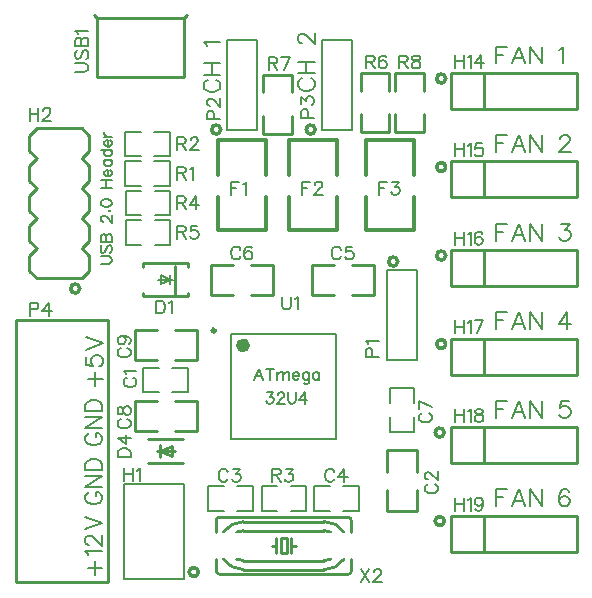
<source format=gto>
G04 Layer: TopSilkLayer*
G04 EasyEDA v6.2.46, 2019-11-01T12:43:08+01:00*
G04 778d866c1a174c42a2ea303962b88bf4,d54f43e133bf43b298e367d61d3b1b7b,10*
G04 Gerber Generator version 0.2*
G04 Scale: 100 percent, Rotated: No, Reflected: No *
G04 Dimensions in millimeters *
G04 leading zeros omitted , absolute positions ,3 integer and 3 decimal *
%FSLAX33Y33*%
%MOMM*%
G90*
G71D02*

%ADD10C,0.254000*%
%ADD11C,0.299999*%
%ADD33C,0.203200*%
%ADD34C,0.202999*%
%ADD35C,0.330200*%
%ADD36C,0.200000*%
%ADD37C,0.199898*%
%ADD38C,0.127000*%
%ADD39C,0.599999*%
%ADD40C,0.152400*%

%LPD*%
G54D10*
G01X299Y400D02*
G01X299Y22600D01*
G01X8099Y22600D01*
G01X8099Y400D01*
G01X299Y400D01*
G54D33*
G01X26229Y40595D02*
G01X26229Y38690D01*
G01X28769Y38690D01*
G01X28769Y46310D01*
G01X26229Y46310D01*
G54D34*
G01X26229Y46310D02*
G01X26229Y40595D01*
G54D35*
G01X23467Y34889D02*
G01X23467Y37810D01*
G01X27531Y37810D01*
G01X27531Y34889D01*
G01X23467Y32984D02*
G01X23467Y30190D01*
G01X27531Y30190D01*
G01X27531Y32984D01*
G01X17467Y34889D02*
G01X17467Y37810D01*
G01X21531Y37810D01*
G01X21531Y34889D01*
G01X17467Y32984D02*
G01X17467Y30190D01*
G01X21531Y30190D01*
G01X21531Y32984D01*
G54D33*
G01X18229Y40595D02*
G01X18229Y38690D01*
G01X20769Y38690D01*
G01X20769Y46310D01*
G01X18229Y46310D01*
G54D34*
G01X18229Y46310D02*
G01X18229Y40595D01*
G54D33*
G01X34269Y24905D02*
G01X34269Y26810D01*
G01X31729Y26810D01*
G01X31729Y19190D01*
G01X34269Y19190D01*
G54D34*
G01X34269Y19190D02*
G01X34269Y24905D01*
G54D36*
G01X27449Y21450D02*
G01X27449Y12550D01*
G01X18549Y12550D01*
G01X18549Y21450D01*
G01X27449Y21450D01*
G54D37*
G01X28054Y6466D02*
G01X29374Y6466D01*
G01X29374Y8536D01*
G01X28054Y8536D01*
G01X26922Y6466D02*
G01X25602Y6466D01*
G01X25602Y8536D01*
G01X26922Y8536D01*
G01X19054Y6466D02*
G01X20374Y6466D01*
G01X20374Y8536D01*
G01X19054Y8536D01*
G01X17922Y6466D02*
G01X16602Y6466D01*
G01X16602Y8536D01*
G01X17922Y8536D01*
G01X12444Y18535D02*
G01X11124Y18535D01*
G01X11124Y16465D01*
G01X12444Y16465D01*
G01X13576Y18535D02*
G01X14896Y18535D01*
G01X14896Y16465D01*
G01X13576Y16465D01*
G01X12054Y36466D02*
G01X13374Y36466D01*
G01X13374Y38536D01*
G01X12054Y38536D01*
G01X10922Y36466D02*
G01X9602Y36466D01*
G01X9602Y38536D01*
G01X10922Y38536D01*
G01X12038Y33966D02*
G01X13358Y33966D01*
G01X13358Y36036D01*
G01X12038Y36036D01*
G01X10906Y33966D02*
G01X9586Y33966D01*
G01X9586Y36036D01*
G01X10906Y36036D01*
G54D10*
G01X7163Y48165D02*
G01X6909Y48419D01*
G01X14532Y48156D02*
G01X14786Y48410D01*
G01X14549Y48200D02*
G01X14549Y43200D01*
G01X7149Y43200D01*
G01X7149Y48200D01*
G01X14549Y48200D01*
G01X37165Y43524D02*
G01X47833Y43524D01*
G01X47833Y40476D01*
G01X37165Y40476D01*
G01X37165Y43524D01*
G01X39959Y43524D02*
G01X39959Y40476D01*
G01X37165Y36024D02*
G01X47833Y36024D01*
G01X47833Y32976D01*
G01X37165Y32976D01*
G01X37165Y36024D01*
G01X39959Y36024D02*
G01X39959Y32976D01*
G01X37165Y28524D02*
G01X47833Y28524D01*
G01X47833Y25476D01*
G01X37165Y25476D01*
G01X37165Y28524D01*
G01X39959Y28524D02*
G01X39959Y25476D01*
G01X37165Y21024D02*
G01X47833Y21024D01*
G01X47833Y17976D01*
G01X37165Y17976D01*
G01X37165Y21024D01*
G01X39959Y21024D02*
G01X39959Y17976D01*
G01X37165Y13524D02*
G01X47833Y13524D01*
G01X47833Y10476D01*
G01X37165Y10476D01*
G01X37165Y13524D01*
G01X39959Y13524D02*
G01X39959Y10476D01*
G01X37165Y6024D02*
G01X47833Y6024D01*
G01X47833Y2976D01*
G01X37165Y2976D01*
G01X37165Y6024D01*
G01X39959Y6024D02*
G01X39959Y2976D01*
G01X14899Y24600D02*
G01X11099Y24600D01*
G01X13799Y27200D02*
G01X13799Y24701D01*
G54D38*
G01X13373Y26000D02*
G01X13373Y26381D01*
G01X12611Y26381D02*
G01X13373Y26000D01*
G01X12611Y26000D02*
G01X12611Y26381D01*
G01X13373Y26000D02*
G01X13373Y25619D01*
G01X12611Y25619D02*
G01X13373Y26000D01*
G01X12611Y26000D02*
G01X12611Y25619D01*
G01X12357Y26000D02*
G01X13627Y26000D01*
G54D10*
G01X14899Y27400D02*
G01X11099Y27400D01*
G01X14899Y24600D02*
G01X14899Y24869D01*
G01X14899Y27132D02*
G01X14899Y27400D01*
G01X11099Y24600D02*
G01X11099Y24869D01*
G01X11099Y27132D02*
G01X11099Y27400D01*
G01X31729Y8238D02*
G01X31729Y6390D01*
G01X34269Y6390D01*
G01X34269Y8238D01*
G01X34269Y9762D02*
G01X34269Y11620D01*
G01X31729Y11620D01*
G01X31729Y9762D01*
G01X27237Y27270D02*
G01X25389Y27270D01*
G01X25389Y24730D01*
G01X27237Y24730D01*
G01X28761Y24730D02*
G01X30619Y24730D01*
G01X30619Y27270D01*
G01X28761Y27270D01*
G01X20261Y24730D02*
G01X22109Y24730D01*
G01X22109Y27270D01*
G01X20261Y27270D01*
G01X18737Y27270D02*
G01X16879Y27270D01*
G01X16879Y24730D01*
G01X18737Y24730D01*
G54D37*
G01X34034Y15555D02*
G01X34034Y16875D01*
G01X31964Y16875D01*
G01X31964Y15555D01*
G01X34034Y14423D02*
G01X34034Y13103D01*
G01X31964Y13103D01*
G01X31964Y14423D01*
G54D33*
G01X9459Y690D02*
G01X9459Y8691D01*
G01X14539Y8691D01*
G01X14539Y690D01*
G01X9459Y690D01*
G54D10*
G01X12237Y15770D02*
G01X10389Y15770D01*
G01X10389Y13230D01*
G01X12237Y13230D01*
G01X13761Y13230D02*
G01X15619Y13230D01*
G01X15619Y15770D01*
G01X13761Y15770D01*
G01X12237Y21770D02*
G01X10389Y21770D01*
G01X10389Y19230D01*
G01X12237Y19230D01*
G01X13761Y19230D02*
G01X15619Y19230D01*
G01X15619Y21770D01*
G01X13761Y21770D01*
G01X12491Y11500D02*
G01X13507Y11907D01*
G01X13507Y11907D02*
G01X13507Y11094D01*
G01X13507Y11094D02*
G01X12491Y11500D01*
G01X11499Y12500D02*
G01X14499Y12500D01*
G01X11499Y10500D02*
G01X14499Y10500D01*
G01X12491Y12008D02*
G01X12491Y10992D01*
G01X12237Y11500D02*
G01X13761Y11500D01*
G01X28714Y4643D02*
G01X28714Y5659D01*
G01X26428Y2230D02*
G01X19570Y2230D01*
G01X26428Y1468D02*
G01X19570Y1468D01*
G01X19570Y4770D02*
G01X26428Y4770D01*
G01X28460Y1087D02*
G01X17538Y1087D01*
G01X28714Y1341D02*
G01X28714Y2357D01*
G01X23634Y3500D02*
G01X24015Y3500D01*
G01X17284Y1341D02*
G01X17284Y2357D01*
G01X23634Y3500D02*
G01X23634Y2865D01*
G01X19570Y5532D02*
G01X26428Y5532D01*
G01X23634Y4135D02*
G01X23634Y3500D01*
G01X28460Y5913D02*
G01X17538Y5913D01*
G01X22364Y3500D02*
G01X21983Y3500D01*
G01X22745Y4135D02*
G01X22745Y2865D01*
G01X22364Y3500D02*
G01X22364Y2865D01*
G01X22745Y2865D02*
G01X23253Y2865D01*
G01X22364Y4135D02*
G01X22364Y3500D01*
G01X23253Y2865D02*
G01X23253Y4135D01*
G01X23253Y4135D02*
G01X22745Y4135D01*
G01X17284Y4643D02*
G01X17284Y5659D01*
G54D37*
G01X22444Y8535D02*
G01X21124Y8535D01*
G01X21124Y6465D01*
G01X22444Y6465D01*
G01X23576Y8535D02*
G01X24897Y8535D01*
G01X24897Y6465D01*
G01X23576Y6465D01*
G54D35*
G01X29967Y34889D02*
G01X29967Y37810D01*
G01X34031Y37810D01*
G01X34031Y34889D01*
G01X29967Y32984D02*
G01X29967Y30190D01*
G01X34031Y30190D01*
G01X34031Y32984D01*
G54D10*
G01X2094Y38850D02*
G01X5904Y38850D01*
G01X2094Y26151D02*
G01X5904Y26151D01*
G01X2094Y26151D02*
G01X1459Y26786D01*
G01X1459Y28056D01*
G01X2094Y28691D01*
G01X5904Y26151D02*
G01X6539Y26786D01*
G01X6539Y28056D01*
G01X5904Y28691D01*
G01X2094Y28691D02*
G01X1459Y29326D01*
G01X1459Y30596D01*
G01X2094Y31231D01*
G01X5904Y28691D02*
G01X6539Y29326D01*
G01X6539Y30596D01*
G01X5904Y31231D01*
G01X2094Y31231D02*
G01X1459Y31866D01*
G01X1459Y33136D01*
G01X2094Y33771D01*
G01X5904Y31231D02*
G01X6539Y31866D01*
G01X6539Y33136D01*
G01X5904Y33771D01*
G01X2094Y33771D02*
G01X1459Y34406D01*
G01X1459Y35676D01*
G01X2094Y36311D01*
G01X5904Y33771D02*
G01X6539Y34406D01*
G01X6539Y35676D01*
G01X5904Y36311D01*
G01X2094Y36311D02*
G01X1459Y36946D01*
G01X1459Y38216D01*
G01X2094Y38851D01*
G01X5904Y36311D02*
G01X6539Y36946D01*
G01X6539Y38216D01*
G01X5904Y38851D01*
G54D37*
G01X10928Y33535D02*
G01X9608Y33535D01*
G01X9608Y31465D01*
G01X10928Y31465D01*
G01X12060Y33535D02*
G01X13380Y33535D01*
G01X13380Y31465D01*
G01X12060Y31465D01*
G01X10944Y31035D02*
G01X9624Y31035D01*
G01X9624Y28965D01*
G01X10944Y28965D01*
G01X12076Y31035D02*
G01X13397Y31035D01*
G01X13397Y28965D01*
G01X12076Y28965D01*
G54D10*
G01X32462Y38515D02*
G01X34862Y38515D01*
G01X34862Y42015D02*
G01X34862Y43515D01*
G01X32462Y42015D02*
G01X32462Y43515D01*
G01X34862Y40015D02*
G01X34862Y38515D01*
G01X32462Y40015D02*
G01X32462Y38515D01*
G01X32462Y43515D02*
G01X34862Y43515D01*
G01X21286Y38388D02*
G01X23686Y38388D01*
G01X23686Y41888D02*
G01X23686Y43388D01*
G01X21286Y41888D02*
G01X21286Y43388D01*
G01X23686Y39888D02*
G01X23686Y38388D01*
G01X21286Y39888D02*
G01X21286Y38388D01*
G01X21286Y43388D02*
G01X23686Y43388D01*
G01X29541Y38515D02*
G01X31941Y38515D01*
G01X31941Y42015D02*
G01X31941Y43515D01*
G01X29541Y42015D02*
G01X29541Y43515D01*
G01X31941Y40015D02*
G01X31941Y38515D01*
G01X29541Y40015D02*
G01X29541Y38515D01*
G01X29541Y43515D02*
G01X31941Y43515D01*
G54D33*
G01X16548Y42928D02*
G01X16411Y42859D01*
G01X16274Y42722D01*
G01X16208Y42587D01*
G01X16208Y42313D01*
G01X16274Y42178D01*
G01X16411Y42041D01*
G01X16548Y41973D01*
G01X16751Y41904D01*
G01X17094Y41904D01*
G01X17298Y41973D01*
G01X17435Y42041D01*
G01X17569Y42178D01*
G01X17638Y42313D01*
G01X17638Y42587D01*
G01X17569Y42722D01*
G01X17435Y42859D01*
G01X17298Y42928D01*
G01X16208Y43377D02*
G01X17638Y43377D01*
G01X16208Y44332D02*
G01X17638Y44332D01*
G01X16889Y43377D02*
G01X16889Y44332D01*
G01X16480Y45831D02*
G01X16411Y45968D01*
G01X16208Y46174D01*
G01X17638Y46174D01*
G01X24548Y43054D02*
G01X24413Y42986D01*
G01X24276Y42848D01*
G01X24208Y42714D01*
G01X24208Y42439D01*
G01X24276Y42305D01*
G01X24413Y42168D01*
G01X24548Y42099D01*
G01X24754Y42031D01*
G01X25094Y42031D01*
G01X25300Y42099D01*
G01X25435Y42168D01*
G01X25572Y42305D01*
G01X25640Y42439D01*
G01X25640Y42714D01*
G01X25572Y42848D01*
G01X25435Y42986D01*
G01X25300Y43054D01*
G01X24208Y43504D02*
G01X25640Y43504D01*
G01X24208Y44459D02*
G01X25640Y44459D01*
G01X24891Y43504D02*
G01X24891Y44459D01*
G01X24548Y46026D02*
G01X24480Y46026D01*
G01X24345Y46095D01*
G01X24276Y46163D01*
G01X24208Y46300D01*
G01X24208Y46572D01*
G01X24276Y46709D01*
G01X24345Y46778D01*
G01X24480Y46844D01*
G01X24617Y46844D01*
G01X24754Y46778D01*
G01X24957Y46641D01*
G01X25640Y45960D01*
G01X25640Y46912D01*
G01X41000Y45758D02*
G01X41000Y44325D01*
G01X41000Y45758D02*
G01X41886Y45758D01*
G01X41000Y45077D02*
G01X41543Y45077D01*
G01X42882Y45758D02*
G01X42336Y44325D01*
G01X42882Y45758D02*
G01X43425Y44325D01*
G01X42539Y44803D02*
G01X43222Y44803D01*
G01X43878Y45758D02*
G01X43878Y44325D01*
G01X43878Y45758D02*
G01X44830Y44325D01*
G01X44830Y45758D02*
G01X44830Y44325D01*
G01X46331Y45486D02*
G01X46468Y45555D01*
G01X46672Y45758D01*
G01X46672Y44325D01*
G01X41000Y38260D02*
G01X41000Y36827D01*
G01X41000Y38260D02*
G01X41887Y38260D01*
G01X41000Y37576D02*
G01X41544Y37576D01*
G01X42880Y38260D02*
G01X42336Y36827D01*
G01X42880Y38260D02*
G01X43426Y36827D01*
G01X42539Y37304D02*
G01X43223Y37304D01*
G01X43875Y38260D02*
G01X43875Y36827D01*
G01X43875Y38260D02*
G01X44831Y36827D01*
G01X44831Y38260D02*
G01X44831Y36827D01*
G01X46400Y37917D02*
G01X46400Y37985D01*
G01X46466Y38122D01*
G01X46535Y38191D01*
G01X46672Y38260D01*
G01X46944Y38260D01*
G01X47081Y38191D01*
G01X47150Y38122D01*
G01X47218Y37985D01*
G01X47218Y37848D01*
G01X47150Y37713D01*
G01X47012Y37508D01*
G01X46332Y36827D01*
G01X47287Y36827D01*
G01X41000Y30759D02*
G01X41000Y29326D01*
G01X41000Y30759D02*
G01X41887Y30759D01*
G01X41000Y30076D02*
G01X41544Y30076D01*
G01X42880Y30759D02*
G01X42336Y29326D01*
G01X42880Y30759D02*
G01X43426Y29326D01*
G01X42539Y29804D02*
G01X43223Y29804D01*
G01X43875Y30759D02*
G01X43875Y29326D01*
G01X43875Y30759D02*
G01X44831Y29326D01*
G01X44831Y30759D02*
G01X44831Y29326D01*
G01X46466Y30759D02*
G01X47218Y30759D01*
G01X46809Y30213D01*
G01X47012Y30213D01*
G01X47150Y30144D01*
G01X47218Y30076D01*
G01X47287Y29872D01*
G01X47287Y29735D01*
G01X47218Y29532D01*
G01X47081Y29395D01*
G01X46875Y29326D01*
G01X46672Y29326D01*
G01X46466Y29395D01*
G01X46400Y29464D01*
G01X46332Y29598D01*
G01X41000Y23258D02*
G01X41000Y21826D01*
G01X41000Y23258D02*
G01X41887Y23258D01*
G01X41000Y22578D02*
G01X41544Y22578D01*
G01X42880Y23258D02*
G01X42336Y21826D01*
G01X42880Y23258D02*
G01X43426Y21826D01*
G01X42539Y22303D02*
G01X43223Y22303D01*
G01X43875Y23258D02*
G01X43875Y21826D01*
G01X43875Y23258D02*
G01X44831Y21826D01*
G01X44831Y23258D02*
G01X44831Y21826D01*
G01X47012Y23258D02*
G01X46332Y22303D01*
G01X47353Y22303D01*
G01X47012Y23258D02*
G01X47012Y21826D01*
G01X41000Y15758D02*
G01X41000Y14328D01*
G01X41000Y15758D02*
G01X41887Y15758D01*
G01X41000Y15077D02*
G01X41544Y15077D01*
G01X42880Y15758D02*
G01X42336Y14328D01*
G01X42880Y15758D02*
G01X43426Y14328D01*
G01X42539Y14803D02*
G01X43223Y14803D01*
G01X43875Y15758D02*
G01X43875Y14328D01*
G01X43875Y15758D02*
G01X44831Y14328D01*
G01X44831Y15758D02*
G01X44831Y14328D01*
G01X47150Y15758D02*
G01X46466Y15758D01*
G01X46400Y15146D01*
G01X46466Y15214D01*
G01X46672Y15280D01*
G01X46875Y15280D01*
G01X47081Y15214D01*
G01X47218Y15077D01*
G01X47287Y14871D01*
G01X47287Y14737D01*
G01X47218Y14531D01*
G01X47081Y14394D01*
G01X46875Y14328D01*
G01X46672Y14328D01*
G01X46466Y14394D01*
G01X46400Y14462D01*
G01X46332Y14599D01*
G01X41000Y8260D02*
G01X41000Y6827D01*
G01X41000Y8260D02*
G01X41887Y8260D01*
G01X41000Y7576D02*
G01X41544Y7576D01*
G01X42880Y8260D02*
G01X42336Y6827D01*
G01X42880Y8260D02*
G01X43426Y6827D01*
G01X42539Y7305D02*
G01X43223Y7305D01*
G01X43875Y8260D02*
G01X43875Y6827D01*
G01X43875Y8260D02*
G01X44831Y6827D01*
G01X44831Y8260D02*
G01X44831Y6827D01*
G01X47150Y8054D02*
G01X47081Y8191D01*
G01X46875Y8260D01*
G01X46741Y8260D01*
G01X46535Y8191D01*
G01X46400Y7985D01*
G01X46332Y7645D01*
G01X46332Y7305D01*
G01X46400Y7030D01*
G01X46535Y6896D01*
G01X46741Y6827D01*
G01X46809Y6827D01*
G01X47012Y6896D01*
G01X47150Y7030D01*
G01X47218Y7236D01*
G01X47218Y7305D01*
G01X47150Y7508D01*
G01X47012Y7645D01*
G01X46809Y7713D01*
G01X46741Y7713D01*
G01X46535Y7645D01*
G01X46400Y7508D01*
G01X46332Y7305D01*
G01X21591Y16485D02*
G01X22091Y16485D01*
G01X21817Y16122D01*
G01X21954Y16122D01*
G01X22046Y16076D01*
G01X22091Y16030D01*
G01X22134Y15896D01*
G01X22134Y15804D01*
G01X22091Y15667D01*
G01X22000Y15576D01*
G01X21863Y15532D01*
G01X21726Y15532D01*
G01X21591Y15576D01*
G01X21545Y15621D01*
G01X21499Y15713D01*
G01X22480Y16259D02*
G01X22480Y16304D01*
G01X22526Y16396D01*
G01X22571Y16439D01*
G01X22663Y16485D01*
G01X22846Y16485D01*
G01X22935Y16439D01*
G01X22980Y16396D01*
G01X23026Y16304D01*
G01X23026Y16213D01*
G01X22980Y16122D01*
G01X22889Y15984D01*
G01X22437Y15532D01*
G01X23072Y15532D01*
G01X23371Y16485D02*
G01X23371Y15804D01*
G01X23417Y15667D01*
G01X23509Y15576D01*
G01X23646Y15532D01*
G01X23735Y15532D01*
G01X23872Y15576D01*
G01X23963Y15667D01*
G01X24009Y15804D01*
G01X24009Y16485D01*
G01X24763Y16485D02*
G01X24309Y15850D01*
G01X24989Y15850D01*
G01X24763Y16485D02*
G01X24763Y15532D01*
G01X20863Y18486D02*
G01X20500Y17531D01*
G01X20863Y18486D02*
G01X21227Y17531D01*
G01X20635Y17848D02*
G01X21089Y17848D01*
G01X21844Y18486D02*
G01X21844Y17531D01*
G01X21526Y18486D02*
G01X22164Y18486D01*
G01X22464Y18169D02*
G01X22464Y17531D01*
G01X22464Y17986D02*
G01X22598Y18123D01*
G01X22690Y18169D01*
G01X22827Y18169D01*
G01X22918Y18123D01*
G01X22964Y17986D01*
G01X22964Y17531D01*
G01X22964Y17986D02*
G01X23099Y18123D01*
G01X23190Y18169D01*
G01X23327Y18169D01*
G01X23416Y18123D01*
G01X23462Y17986D01*
G01X23462Y17531D01*
G01X23762Y17894D02*
G01X24308Y17894D01*
G01X24308Y17986D01*
G01X24262Y18077D01*
G01X24216Y18123D01*
G01X24127Y18169D01*
G01X23990Y18169D01*
G01X23899Y18123D01*
G01X23807Y18031D01*
G01X23762Y17894D01*
G01X23762Y17803D01*
G01X23807Y17668D01*
G01X23899Y17577D01*
G01X23990Y17531D01*
G01X24127Y17531D01*
G01X24216Y17577D01*
G01X24308Y17668D01*
G01X25153Y18169D02*
G01X25153Y17440D01*
G01X25108Y17305D01*
G01X25062Y17259D01*
G01X24973Y17213D01*
G01X24836Y17213D01*
G01X24744Y17259D01*
G01X25153Y18031D02*
G01X25062Y18123D01*
G01X24973Y18169D01*
G01X24836Y18169D01*
G01X24744Y18123D01*
G01X24653Y18031D01*
G01X24607Y17894D01*
G01X24607Y17803D01*
G01X24653Y17668D01*
G01X24744Y17577D01*
G01X24836Y17531D01*
G01X24973Y17531D01*
G01X25062Y17577D01*
G01X25153Y17668D01*
G01X25999Y18169D02*
G01X25999Y17531D01*
G01X25999Y18031D02*
G01X25908Y18123D01*
G01X25816Y18169D01*
G01X25682Y18169D01*
G01X25590Y18123D01*
G01X25499Y18031D01*
G01X25453Y17894D01*
G01X25453Y17803D01*
G01X25499Y17668D01*
G01X25590Y17577D01*
G01X25682Y17531D01*
G01X25816Y17531D01*
G01X25908Y17577D01*
G01X25999Y17668D01*
G01X6387Y1615D02*
G01X7613Y1615D01*
G01X6999Y1000D02*
G01X6999Y2227D01*
G01X6453Y2677D02*
G01X6387Y2814D01*
G01X6181Y3020D01*
G01X7613Y3020D01*
G01X6521Y3538D02*
G01X6453Y3538D01*
G01X6318Y3604D01*
G01X6249Y3673D01*
G01X6181Y3810D01*
G01X6181Y4081D01*
G01X6249Y4219D01*
G01X6318Y4287D01*
G01X6453Y4356D01*
G01X6590Y4356D01*
G01X6727Y4287D01*
G01X6930Y4150D01*
G01X7613Y3469D01*
G01X7613Y4424D01*
G01X6181Y4874D02*
G01X7613Y5418D01*
G01X6181Y5964D02*
G01X7613Y5418D01*
G01X6523Y8023D02*
G01X6385Y7954D01*
G01X6248Y7820D01*
G01X6180Y7683D01*
G01X6180Y7411D01*
G01X6248Y7274D01*
G01X6385Y7136D01*
G01X6523Y7068D01*
G01X6726Y6999D01*
G01X7066Y6999D01*
G01X7272Y7068D01*
G01X7409Y7136D01*
G01X7544Y7274D01*
G01X7612Y7411D01*
G01X7612Y7683D01*
G01X7544Y7820D01*
G01X7409Y7954D01*
G01X7272Y8023D01*
G01X7066Y8023D01*
G01X7066Y7683D02*
G01X7066Y8023D01*
G01X6180Y8472D02*
G01X7612Y8472D01*
G01X6180Y8472D02*
G01X7612Y9428D01*
G01X6180Y9428D02*
G01X7612Y9428D01*
G01X6180Y9877D02*
G01X7612Y9877D01*
G01X6180Y9877D02*
G01X6180Y10355D01*
G01X6248Y10560D01*
G01X6385Y10695D01*
G01X6523Y10764D01*
G01X6726Y10832D01*
G01X7066Y10832D01*
G01X7272Y10764D01*
G01X7409Y10695D01*
G01X7544Y10560D01*
G01X7612Y10355D01*
G01X7612Y9877D01*
G01X6523Y13023D02*
G01X6385Y12954D01*
G01X6248Y12820D01*
G01X6180Y12683D01*
G01X6180Y12411D01*
G01X6248Y12274D01*
G01X6385Y12136D01*
G01X6523Y12068D01*
G01X6726Y11999D01*
G01X7066Y11999D01*
G01X7272Y12068D01*
G01X7409Y12136D01*
G01X7544Y12274D01*
G01X7612Y12411D01*
G01X7612Y12683D01*
G01X7544Y12820D01*
G01X7409Y12954D01*
G01X7272Y13023D01*
G01X7066Y13023D01*
G01X7066Y12683D02*
G01X7066Y13023D01*
G01X6180Y13472D02*
G01X7612Y13472D01*
G01X6180Y13472D02*
G01X7612Y14428D01*
G01X6180Y14428D02*
G01X7612Y14428D01*
G01X6180Y14877D02*
G01X7612Y14877D01*
G01X6180Y14877D02*
G01X6180Y15355D01*
G01X6248Y15560D01*
G01X6385Y15695D01*
G01X6523Y15764D01*
G01X6726Y15832D01*
G01X7066Y15832D01*
G01X7272Y15764D01*
G01X7409Y15695D01*
G01X7544Y15560D01*
G01X7612Y15355D01*
G01X7612Y14877D01*
G01X6445Y17614D02*
G01X7674Y17614D01*
G01X7060Y17000D02*
G01X7060Y18227D01*
G01X6242Y19497D02*
G01X6242Y18813D01*
G01X6854Y18745D01*
G01X6788Y18813D01*
G01X6719Y19019D01*
G01X6719Y19222D01*
G01X6788Y19428D01*
G01X6922Y19565D01*
G01X7128Y19631D01*
G01X7263Y19631D01*
G01X7468Y19565D01*
G01X7606Y19428D01*
G01X7674Y19222D01*
G01X7674Y19019D01*
G01X7606Y18813D01*
G01X7537Y18745D01*
G01X7400Y18679D01*
G01X6242Y20083D02*
G01X7674Y20627D01*
G01X6242Y21173D02*
G01X7674Y20627D01*
G01X7499Y27345D02*
G01X8182Y27345D01*
G01X8317Y27390D01*
G01X8408Y27482D01*
G01X8454Y27619D01*
G01X8454Y27708D01*
G01X8408Y27845D01*
G01X8317Y27937D01*
G01X8182Y27982D01*
G01X7499Y27982D01*
G01X7636Y28917D02*
G01X7545Y28828D01*
G01X7499Y28691D01*
G01X7499Y28508D01*
G01X7545Y28373D01*
G01X7636Y28282D01*
G01X7728Y28282D01*
G01X7819Y28328D01*
G01X7862Y28373D01*
G01X7908Y28462D01*
G01X8000Y28737D01*
G01X8045Y28828D01*
G01X8091Y28871D01*
G01X8182Y28917D01*
G01X8317Y28917D01*
G01X8408Y28828D01*
G01X8454Y28691D01*
G01X8454Y28508D01*
G01X8408Y28373D01*
G01X8317Y28282D01*
G01X7499Y29217D02*
G01X8454Y29217D01*
G01X7499Y29217D02*
G01X7499Y29628D01*
G01X7545Y29763D01*
G01X7591Y29809D01*
G01X7682Y29854D01*
G01X7773Y29854D01*
G01X7862Y29809D01*
G01X7908Y29763D01*
G01X7954Y29628D01*
G01X7954Y29217D02*
G01X7954Y29628D01*
G01X8000Y29763D01*
G01X8045Y29809D01*
G01X8137Y29854D01*
G01X8271Y29854D01*
G01X8363Y29809D01*
G01X8408Y29763D01*
G01X8454Y29628D01*
G01X8454Y29217D01*
G01X7728Y30901D02*
G01X7682Y30901D01*
G01X7591Y30944D01*
G01X7545Y30990D01*
G01X7499Y31081D01*
G01X7499Y31264D01*
G01X7545Y31355D01*
G01X7591Y31399D01*
G01X7682Y31444D01*
G01X7773Y31444D01*
G01X7862Y31399D01*
G01X8000Y31310D01*
G01X8454Y30855D01*
G01X8454Y31490D01*
G01X8228Y31835D02*
G01X8271Y31790D01*
G01X8317Y31835D01*
G01X8271Y31881D01*
G01X8228Y31835D01*
G01X7499Y32455D02*
G01X7545Y32318D01*
G01X7682Y32227D01*
G01X7908Y32181D01*
G01X8045Y32181D01*
G01X8271Y32227D01*
G01X8408Y32318D01*
G01X8454Y32455D01*
G01X8454Y32544D01*
G01X8408Y32681D01*
G01X8271Y32773D01*
G01X8045Y32818D01*
G01X7908Y32818D01*
G01X7682Y32773D01*
G01X7545Y32681D01*
G01X7499Y32544D01*
G01X7499Y32455D01*
G01X7499Y33817D02*
G01X8454Y33817D01*
G01X7499Y34454D02*
G01X8454Y34454D01*
G01X7954Y33817D02*
G01X7954Y34454D01*
G01X8091Y34754D02*
G01X8091Y35300D01*
G01X8000Y35300D01*
G01X7908Y35254D01*
G01X7862Y35209D01*
G01X7819Y35117D01*
G01X7819Y34983D01*
G01X7862Y34891D01*
G01X7954Y34800D01*
G01X8091Y34754D01*
G01X8182Y34754D01*
G01X8317Y34800D01*
G01X8408Y34891D01*
G01X8454Y34983D01*
G01X8454Y35117D01*
G01X8408Y35209D01*
G01X8317Y35300D01*
G01X7819Y36146D02*
G01X8454Y36146D01*
G01X7954Y36146D02*
G01X7862Y36054D01*
G01X7819Y35963D01*
G01X7819Y35826D01*
G01X7862Y35737D01*
G01X7954Y35645D01*
G01X8091Y35600D01*
G01X8182Y35600D01*
G01X8317Y35645D01*
G01X8408Y35737D01*
G01X8454Y35826D01*
G01X8454Y35963D01*
G01X8408Y36054D01*
G01X8317Y36146D01*
G01X7499Y36992D02*
G01X8454Y36992D01*
G01X7954Y36992D02*
G01X7862Y36900D01*
G01X7819Y36809D01*
G01X7819Y36672D01*
G01X7862Y36583D01*
G01X7954Y36491D01*
G01X8091Y36446D01*
G01X8182Y36446D01*
G01X8317Y36491D01*
G01X8408Y36583D01*
G01X8454Y36672D01*
G01X8454Y36809D01*
G01X8408Y36900D01*
G01X8317Y36992D01*
G01X8091Y37291D02*
G01X8091Y37835D01*
G01X8000Y37835D01*
G01X7908Y37792D01*
G01X7862Y37746D01*
G01X7819Y37655D01*
G01X7819Y37517D01*
G01X7862Y37426D01*
G01X7954Y37337D01*
G01X8091Y37291D01*
G01X8182Y37291D01*
G01X8317Y37337D01*
G01X8408Y37426D01*
G01X8454Y37517D01*
G01X8454Y37655D01*
G01X8408Y37746D01*
G01X8317Y37835D01*
G01X7819Y38137D02*
G01X8454Y38137D01*
G01X8091Y38137D02*
G01X7954Y38180D01*
G01X7862Y38272D01*
G01X7819Y38363D01*
G01X7819Y38500D01*
G54D40*
G01X1499Y24063D02*
G01X1499Y22974D01*
G01X1499Y24063D02*
G01X1966Y24063D01*
G01X2121Y24012D01*
G01X2175Y23959D01*
G01X2226Y23855D01*
G01X2226Y23700D01*
G01X2175Y23596D01*
G01X2121Y23545D01*
G01X1966Y23492D01*
G01X1499Y23492D01*
G01X3089Y24063D02*
G01X2568Y23337D01*
G01X3348Y23337D01*
G01X3089Y24063D02*
G01X3089Y22974D01*
G01X24480Y39745D02*
G01X25570Y39745D01*
G01X24480Y39745D02*
G01X24480Y40213D01*
G01X24531Y40368D01*
G01X24582Y40421D01*
G01X24686Y40472D01*
G01X24843Y40472D01*
G01X24947Y40421D01*
G01X24998Y40368D01*
G01X25052Y40213D01*
G01X25052Y39745D01*
G01X24480Y40919D02*
G01X24480Y41490D01*
G01X24894Y41181D01*
G01X24894Y41335D01*
G01X24947Y41440D01*
G01X24998Y41490D01*
G01X25153Y41544D01*
G01X25257Y41544D01*
G01X25415Y41490D01*
G01X25519Y41386D01*
G01X25570Y41231D01*
G01X25570Y41076D01*
G01X25519Y40919D01*
G01X25466Y40868D01*
G01X25361Y40815D01*
G01X24561Y34318D02*
G01X24561Y33228D01*
G01X24561Y34318D02*
G01X25237Y34318D01*
G01X24561Y33799D02*
G01X24978Y33799D01*
G01X25631Y34058D02*
G01X25631Y34112D01*
G01X25684Y34216D01*
G01X25735Y34267D01*
G01X25839Y34318D01*
G01X26047Y34318D01*
G01X26151Y34267D01*
G01X26202Y34216D01*
G01X26255Y34112D01*
G01X26255Y34008D01*
G01X26202Y33904D01*
G01X26098Y33746D01*
G01X25580Y33228D01*
G01X26306Y33228D01*
G01X18561Y34285D02*
G01X18561Y33195D01*
G01X18561Y34285D02*
G01X19237Y34285D01*
G01X18561Y33767D02*
G01X18978Y33767D01*
G01X19580Y34079D02*
G01X19684Y34130D01*
G01X19839Y34285D01*
G01X19839Y33195D01*
G01X16517Y39598D02*
G01X17607Y39598D01*
G01X16517Y39598D02*
G01X16517Y40065D01*
G01X16568Y40220D01*
G01X16619Y40274D01*
G01X16723Y40325D01*
G01X16880Y40325D01*
G01X16984Y40274D01*
G01X17035Y40220D01*
G01X17089Y40065D01*
G01X17089Y39598D01*
G01X16776Y40721D02*
G01X16723Y40721D01*
G01X16619Y40772D01*
G01X16568Y40825D01*
G01X16517Y40929D01*
G01X16517Y41135D01*
G01X16568Y41239D01*
G01X16619Y41292D01*
G01X16723Y41343D01*
G01X16827Y41343D01*
G01X16931Y41292D01*
G01X17089Y41188D01*
G01X17607Y40667D01*
G01X17607Y41396D01*
G01X29937Y19500D02*
G01X31027Y19500D01*
G01X29937Y19500D02*
G01X29937Y19968D01*
G01X29988Y20123D01*
G01X30039Y20176D01*
G01X30143Y20227D01*
G01X30300Y20227D01*
G01X30404Y20176D01*
G01X30455Y20123D01*
G01X30509Y19968D01*
G01X30509Y19500D01*
G01X30143Y20570D02*
G01X30092Y20674D01*
G01X29937Y20831D01*
G01X31027Y20831D01*
G01X22872Y24585D02*
G01X22872Y23805D01*
G01X22923Y23650D01*
G01X23027Y23546D01*
G01X23184Y23495D01*
G01X23289Y23495D01*
G01X23444Y23546D01*
G01X23548Y23650D01*
G01X23599Y23805D01*
G01X23599Y24585D01*
G01X23941Y24377D02*
G01X24046Y24430D01*
G01X24203Y24585D01*
G01X24203Y23495D01*
G01X27279Y9741D02*
G01X27226Y9845D01*
G01X27121Y9950D01*
G01X27020Y10000D01*
G01X26811Y10000D01*
G01X26707Y9950D01*
G01X26603Y9845D01*
G01X26550Y9741D01*
G01X26499Y9584D01*
G01X26499Y9325D01*
G01X26550Y9170D01*
G01X26603Y9066D01*
G01X26707Y8962D01*
G01X26811Y8908D01*
G01X27020Y8908D01*
G01X27121Y8962D01*
G01X27226Y9066D01*
G01X27279Y9170D01*
G01X28140Y10000D02*
G01X27622Y9274D01*
G01X28402Y9274D01*
G01X28140Y10000D02*
G01X28140Y8908D01*
G01X18279Y9741D02*
G01X18226Y9846D01*
G01X18121Y9950D01*
G01X18020Y10000D01*
G01X17812Y10000D01*
G01X17707Y9950D01*
G01X17603Y9846D01*
G01X17550Y9741D01*
G01X17499Y9584D01*
G01X17499Y9325D01*
G01X17550Y9170D01*
G01X17603Y9066D01*
G01X17707Y8962D01*
G01X17812Y8908D01*
G01X18020Y8908D01*
G01X18121Y8962D01*
G01X18226Y9066D01*
G01X18279Y9170D01*
G01X18726Y10000D02*
G01X19297Y10000D01*
G01X18985Y9584D01*
G01X19140Y9584D01*
G01X19244Y9533D01*
G01X19297Y9480D01*
G01X19348Y9325D01*
G01X19348Y9221D01*
G01X19297Y9066D01*
G01X19193Y8962D01*
G01X19036Y8908D01*
G01X18881Y8908D01*
G01X18726Y8962D01*
G01X18673Y9012D01*
G01X18622Y9117D01*
G01X9695Y17717D02*
G01X9591Y17664D01*
G01X9487Y17559D01*
G01X9436Y17458D01*
G01X9436Y17250D01*
G01X9487Y17145D01*
G01X9591Y17041D01*
G01X9695Y16988D01*
G01X9852Y16937D01*
G01X10111Y16937D01*
G01X10266Y16988D01*
G01X10370Y17041D01*
G01X10475Y17145D01*
G01X10528Y17250D01*
G01X10528Y17458D01*
G01X10475Y17559D01*
G01X10370Y17664D01*
G01X10266Y17717D01*
G01X9644Y18060D02*
G01X9591Y18164D01*
G01X9436Y18319D01*
G01X10528Y18319D01*
G01X13999Y38064D02*
G01X13999Y36972D01*
G01X13999Y38064D02*
G01X14466Y38064D01*
G01X14621Y38013D01*
G01X14675Y37960D01*
G01X14726Y37856D01*
G01X14726Y37751D01*
G01X14675Y37647D01*
G01X14621Y37596D01*
G01X14466Y37543D01*
G01X13999Y37543D01*
G01X14362Y37543D02*
G01X14726Y36972D01*
G01X15122Y37805D02*
G01X15122Y37856D01*
G01X15173Y37960D01*
G01X15226Y38013D01*
G01X15330Y38064D01*
G01X15536Y38064D01*
G01X15640Y38013D01*
G01X15693Y37960D01*
G01X15744Y37856D01*
G01X15744Y37751D01*
G01X15693Y37647D01*
G01X15589Y37492D01*
G01X15068Y36972D01*
G01X15797Y36972D01*
G01X13999Y35564D02*
G01X13999Y34472D01*
G01X13999Y35564D02*
G01X14466Y35564D01*
G01X14621Y35513D01*
G01X14675Y35460D01*
G01X14726Y35356D01*
G01X14726Y35251D01*
G01X14675Y35147D01*
G01X14621Y35096D01*
G01X14466Y35043D01*
G01X13999Y35043D01*
G01X14362Y35043D02*
G01X14726Y34472D01*
G01X15068Y35356D02*
G01X15173Y35409D01*
G01X15330Y35564D01*
G01X15330Y34472D01*
G01X5349Y43631D02*
G01X6127Y43631D01*
G01X6284Y43682D01*
G01X6388Y43786D01*
G01X6439Y43943D01*
G01X6439Y44047D01*
G01X6388Y44202D01*
G01X6284Y44306D01*
G01X6127Y44357D01*
G01X5349Y44357D01*
G01X5504Y45429D02*
G01X5400Y45325D01*
G01X5349Y45168D01*
G01X5349Y44962D01*
G01X5400Y44804D01*
G01X5504Y44700D01*
G01X5608Y44700D01*
G01X5713Y44753D01*
G01X5763Y44804D01*
G01X5817Y44908D01*
G01X5921Y45221D01*
G01X5972Y45325D01*
G01X6025Y45376D01*
G01X6127Y45429D01*
G01X6284Y45429D01*
G01X6388Y45325D01*
G01X6439Y45168D01*
G01X6439Y44962D01*
G01X6388Y44804D01*
G01X6284Y44700D01*
G01X5349Y45772D02*
G01X6439Y45772D01*
G01X5349Y45772D02*
G01X5349Y46239D01*
G01X5400Y46394D01*
G01X5453Y46448D01*
G01X5555Y46498D01*
G01X5659Y46498D01*
G01X5763Y46448D01*
G01X5817Y46394D01*
G01X5867Y46239D01*
G01X5867Y45772D02*
G01X5867Y46239D01*
G01X5921Y46394D01*
G01X5972Y46448D01*
G01X6076Y46498D01*
G01X6231Y46498D01*
G01X6335Y46448D01*
G01X6388Y46394D01*
G01X6439Y46239D01*
G01X6439Y45772D01*
G01X5555Y46841D02*
G01X5504Y46946D01*
G01X5349Y47100D01*
G01X6439Y47100D01*
G01X37499Y45063D02*
G01X37499Y43973D01*
G01X38226Y45063D02*
G01X38226Y43973D01*
G01X37499Y44544D02*
G01X38226Y44544D01*
G01X38568Y44857D02*
G01X38673Y44908D01*
G01X38830Y45063D01*
G01X38830Y43973D01*
G01X39691Y45063D02*
G01X39173Y44336D01*
G01X39950Y44336D01*
G01X39691Y45063D02*
G01X39691Y43973D01*
G01X37499Y37563D02*
G01X37499Y36473D01*
G01X38226Y37563D02*
G01X38226Y36473D01*
G01X37499Y37044D02*
G01X38226Y37044D01*
G01X38568Y37357D02*
G01X38673Y37408D01*
G01X38830Y37563D01*
G01X38830Y36473D01*
G01X39795Y37563D02*
G01X39277Y37563D01*
G01X39224Y37095D01*
G01X39277Y37149D01*
G01X39432Y37199D01*
G01X39587Y37199D01*
G01X39744Y37149D01*
G01X39849Y37044D01*
G01X39899Y36889D01*
G01X39899Y36785D01*
G01X39849Y36628D01*
G01X39744Y36524D01*
G01X39587Y36473D01*
G01X39432Y36473D01*
G01X39277Y36524D01*
G01X39224Y36577D01*
G01X39173Y36681D01*
G01X37499Y30063D02*
G01X37499Y28973D01*
G01X38226Y30063D02*
G01X38226Y28973D01*
G01X37499Y29544D02*
G01X38226Y29544D01*
G01X38568Y29857D02*
G01X38673Y29908D01*
G01X38830Y30063D01*
G01X38830Y28973D01*
G01X39795Y29908D02*
G01X39744Y30012D01*
G01X39587Y30063D01*
G01X39483Y30063D01*
G01X39328Y30012D01*
G01X39224Y29857D01*
G01X39173Y29595D01*
G01X39173Y29336D01*
G01X39224Y29128D01*
G01X39328Y29024D01*
G01X39483Y28973D01*
G01X39536Y28973D01*
G01X39691Y29024D01*
G01X39795Y29128D01*
G01X39849Y29285D01*
G01X39849Y29336D01*
G01X39795Y29491D01*
G01X39691Y29595D01*
G01X39536Y29649D01*
G01X39483Y29649D01*
G01X39328Y29595D01*
G01X39224Y29491D01*
G01X39173Y29336D01*
G01X37499Y22563D02*
G01X37499Y21473D01*
G01X38226Y22563D02*
G01X38226Y21473D01*
G01X37499Y22044D02*
G01X38226Y22044D01*
G01X38568Y22357D02*
G01X38673Y22408D01*
G01X38830Y22563D01*
G01X38830Y21473D01*
G01X39899Y22563D02*
G01X39379Y21473D01*
G01X39173Y22563D02*
G01X39899Y22563D01*
G01X37499Y15063D02*
G01X37499Y13973D01*
G01X38226Y15063D02*
G01X38226Y13973D01*
G01X37499Y14544D02*
G01X38226Y14544D01*
G01X38568Y14857D02*
G01X38673Y14908D01*
G01X38830Y15063D01*
G01X38830Y13973D01*
G01X39432Y15063D02*
G01X39277Y15012D01*
G01X39224Y14908D01*
G01X39224Y14803D01*
G01X39277Y14699D01*
G01X39379Y14649D01*
G01X39587Y14595D01*
G01X39744Y14544D01*
G01X39849Y14440D01*
G01X39899Y14336D01*
G01X39899Y14181D01*
G01X39849Y14077D01*
G01X39795Y14024D01*
G01X39640Y13973D01*
G01X39432Y13973D01*
G01X39277Y14024D01*
G01X39224Y14077D01*
G01X39173Y14181D01*
G01X39173Y14336D01*
G01X39224Y14440D01*
G01X39328Y14544D01*
G01X39483Y14595D01*
G01X39691Y14649D01*
G01X39795Y14699D01*
G01X39849Y14803D01*
G01X39849Y14908D01*
G01X39795Y15012D01*
G01X39640Y15063D01*
G01X39432Y15063D01*
G01X37499Y7563D02*
G01X37499Y6473D01*
G01X38226Y7563D02*
G01X38226Y6473D01*
G01X37499Y7044D02*
G01X38226Y7044D01*
G01X38568Y7357D02*
G01X38673Y7408D01*
G01X38830Y7563D01*
G01X38830Y6473D01*
G01X39849Y7199D02*
G01X39795Y7044D01*
G01X39691Y6940D01*
G01X39536Y6889D01*
G01X39483Y6889D01*
G01X39328Y6940D01*
G01X39224Y7044D01*
G01X39173Y7199D01*
G01X39173Y7253D01*
G01X39224Y7408D01*
G01X39328Y7512D01*
G01X39483Y7563D01*
G01X39536Y7563D01*
G01X39691Y7512D01*
G01X39795Y7408D01*
G01X39849Y7199D01*
G01X39849Y6940D01*
G01X39795Y6681D01*
G01X39691Y6524D01*
G01X39536Y6473D01*
G01X39432Y6473D01*
G01X39277Y6524D01*
G01X39224Y6628D01*
G01X12199Y24251D02*
G01X12199Y23159D01*
G01X12199Y24251D02*
G01X12562Y24251D01*
G01X12720Y24198D01*
G01X12821Y24094D01*
G01X12875Y23990D01*
G01X12926Y23835D01*
G01X12926Y23576D01*
G01X12875Y23418D01*
G01X12821Y23314D01*
G01X12720Y23213D01*
G01X12562Y23159D01*
G01X12199Y23159D01*
G01X13268Y24043D02*
G01X13373Y24094D01*
G01X13530Y24251D01*
G01X13530Y23159D01*
G01X35196Y8718D02*
G01X35092Y8665D01*
G01X34988Y8561D01*
G01X34937Y8459D01*
G01X34937Y8251D01*
G01X34988Y8147D01*
G01X35092Y8042D01*
G01X35196Y7989D01*
G01X35351Y7938D01*
G01X35610Y7938D01*
G01X35768Y7989D01*
G01X35872Y8042D01*
G01X35976Y8147D01*
G01X36027Y8251D01*
G01X36027Y8459D01*
G01X35976Y8561D01*
G01X35872Y8665D01*
G01X35768Y8718D01*
G01X35196Y9112D02*
G01X35143Y9112D01*
G01X35039Y9165D01*
G01X34988Y9216D01*
G01X34937Y9320D01*
G01X34937Y9528D01*
G01X34988Y9633D01*
G01X35039Y9683D01*
G01X35143Y9737D01*
G01X35247Y9737D01*
G01X35351Y9683D01*
G01X35508Y9579D01*
G01X36027Y9061D01*
G01X36027Y9787D01*
G01X27838Y28564D02*
G01X27785Y28668D01*
G01X27680Y28773D01*
G01X27579Y28823D01*
G01X27370Y28823D01*
G01X27266Y28773D01*
G01X27162Y28668D01*
G01X27109Y28564D01*
G01X27058Y28409D01*
G01X27058Y28150D01*
G01X27109Y27993D01*
G01X27162Y27889D01*
G01X27266Y27785D01*
G01X27370Y27734D01*
G01X27579Y27734D01*
G01X27680Y27785D01*
G01X27785Y27889D01*
G01X27838Y27993D01*
G01X28803Y28823D02*
G01X28285Y28823D01*
G01X28232Y28356D01*
G01X28285Y28409D01*
G01X28440Y28460D01*
G01X28595Y28460D01*
G01X28752Y28409D01*
G01X28856Y28305D01*
G01X28907Y28150D01*
G01X28907Y28046D01*
G01X28856Y27889D01*
G01X28752Y27785D01*
G01X28595Y27734D01*
G01X28440Y27734D01*
G01X28285Y27785D01*
G01X28232Y27838D01*
G01X28181Y27942D01*
G01X19329Y28564D02*
G01X19276Y28668D01*
G01X19171Y28773D01*
G01X19070Y28823D01*
G01X18862Y28823D01*
G01X18757Y28773D01*
G01X18653Y28668D01*
G01X18600Y28564D01*
G01X18549Y28409D01*
G01X18549Y28150D01*
G01X18600Y27993D01*
G01X18653Y27889D01*
G01X18757Y27785D01*
G01X18862Y27734D01*
G01X19070Y27734D01*
G01X19171Y27785D01*
G01X19276Y27889D01*
G01X19329Y27993D01*
G01X20294Y28668D02*
G01X20243Y28773D01*
G01X20086Y28823D01*
G01X19984Y28823D01*
G01X19827Y28773D01*
G01X19723Y28618D01*
G01X19672Y28356D01*
G01X19672Y28097D01*
G01X19723Y27889D01*
G01X19827Y27785D01*
G01X19984Y27734D01*
G01X20035Y27734D01*
G01X20190Y27785D01*
G01X20294Y27889D01*
G01X20347Y28046D01*
G01X20347Y28097D01*
G01X20294Y28252D01*
G01X20190Y28356D01*
G01X20035Y28409D01*
G01X19984Y28409D01*
G01X19827Y28356D01*
G01X19723Y28252D01*
G01X19672Y28097D01*
G01X34695Y14717D02*
G01X34591Y14664D01*
G01X34487Y14559D01*
G01X34436Y14458D01*
G01X34436Y14249D01*
G01X34487Y14145D01*
G01X34591Y14041D01*
G01X34695Y13988D01*
G01X34852Y13937D01*
G01X35111Y13937D01*
G01X35266Y13988D01*
G01X35370Y14041D01*
G01X35475Y14145D01*
G01X35528Y14249D01*
G01X35528Y14458D01*
G01X35475Y14559D01*
G01X35370Y14664D01*
G01X35266Y14717D01*
G01X34436Y15786D02*
G01X35528Y15268D01*
G01X34436Y15060D02*
G01X34436Y15786D01*
G01X9499Y10063D02*
G01X9499Y8973D01*
G01X10226Y10063D02*
G01X10226Y8973D01*
G01X9499Y9544D02*
G01X10226Y9544D01*
G01X10568Y9857D02*
G01X10673Y9908D01*
G01X10830Y10063D01*
G01X10830Y8973D01*
G01X9196Y14218D02*
G01X9092Y14165D01*
G01X8988Y14061D01*
G01X8937Y13959D01*
G01X8937Y13751D01*
G01X8988Y13647D01*
G01X9092Y13543D01*
G01X9196Y13489D01*
G01X9351Y13438D01*
G01X9610Y13438D01*
G01X9768Y13489D01*
G01X9872Y13543D01*
G01X9976Y13647D01*
G01X10027Y13751D01*
G01X10027Y13959D01*
G01X9976Y14061D01*
G01X9872Y14165D01*
G01X9768Y14218D01*
G01X8937Y14820D02*
G01X8988Y14665D01*
G01X9092Y14612D01*
G01X9196Y14612D01*
G01X9300Y14665D01*
G01X9351Y14769D01*
G01X9404Y14975D01*
G01X9455Y15133D01*
G01X9559Y15237D01*
G01X9663Y15287D01*
G01X9818Y15287D01*
G01X9923Y15237D01*
G01X9976Y15183D01*
G01X10027Y15028D01*
G01X10027Y14820D01*
G01X9976Y14665D01*
G01X9923Y14612D01*
G01X9818Y14561D01*
G01X9663Y14561D01*
G01X9559Y14612D01*
G01X9455Y14716D01*
G01X9404Y14873D01*
G01X9351Y15079D01*
G01X9300Y15183D01*
G01X9196Y15237D01*
G01X9092Y15237D01*
G01X8988Y15183D01*
G01X8937Y15028D01*
G01X8937Y14820D01*
G01X9196Y20218D02*
G01X9092Y20165D01*
G01X8988Y20061D01*
G01X8937Y19959D01*
G01X8937Y19751D01*
G01X8988Y19647D01*
G01X9092Y19542D01*
G01X9196Y19489D01*
G01X9351Y19438D01*
G01X9610Y19438D01*
G01X9768Y19489D01*
G01X9872Y19542D01*
G01X9976Y19647D01*
G01X10027Y19751D01*
G01X10027Y19959D01*
G01X9976Y20061D01*
G01X9872Y20165D01*
G01X9768Y20218D01*
G01X9300Y21237D02*
G01X9455Y21183D01*
G01X9559Y21079D01*
G01X9610Y20924D01*
G01X9610Y20873D01*
G01X9559Y20716D01*
G01X9455Y20612D01*
G01X9300Y20561D01*
G01X9247Y20561D01*
G01X9092Y20612D01*
G01X8988Y20716D01*
G01X8937Y20873D01*
G01X8937Y20924D01*
G01X8988Y21079D01*
G01X9092Y21183D01*
G01X9300Y21237D01*
G01X9559Y21237D01*
G01X9818Y21183D01*
G01X9976Y21079D01*
G01X10027Y20924D01*
G01X10027Y20820D01*
G01X9976Y20665D01*
G01X9872Y20612D01*
G01X8936Y11000D02*
G01X10026Y11000D01*
G01X8936Y11000D02*
G01X8936Y11364D01*
G01X8987Y11521D01*
G01X9091Y11623D01*
G01X9195Y11676D01*
G01X9350Y11727D01*
G01X9612Y11727D01*
G01X9767Y11676D01*
G01X9871Y11623D01*
G01X9975Y11521D01*
G01X10026Y11364D01*
G01X10026Y11000D01*
G01X8936Y12590D02*
G01X9663Y12070D01*
G01X9663Y12850D01*
G01X8936Y12590D02*
G01X10026Y12590D01*
G01X29499Y1500D02*
G01X30226Y411D01*
G01X30226Y1500D02*
G01X29499Y411D01*
G01X30622Y1241D02*
G01X30622Y1295D01*
G01X30673Y1399D01*
G01X30726Y1450D01*
G01X30830Y1500D01*
G01X31036Y1500D01*
G01X31140Y1450D01*
G01X31193Y1399D01*
G01X31244Y1295D01*
G01X31244Y1191D01*
G01X31193Y1086D01*
G01X31089Y929D01*
G01X30568Y411D01*
G01X31297Y411D01*
G01X21999Y10000D02*
G01X21999Y8908D01*
G01X21999Y10000D02*
G01X22467Y10000D01*
G01X22621Y9950D01*
G01X22675Y9896D01*
G01X22726Y9792D01*
G01X22726Y9688D01*
G01X22675Y9584D01*
G01X22621Y9533D01*
G01X22467Y9480D01*
G01X21999Y9480D01*
G01X22362Y9480D02*
G01X22726Y8908D01*
G01X23173Y10000D02*
G01X23744Y10000D01*
G01X23434Y9584D01*
G01X23589Y9584D01*
G01X23693Y9533D01*
G01X23744Y9480D01*
G01X23797Y9325D01*
G01X23797Y9221D01*
G01X23744Y9066D01*
G01X23640Y8962D01*
G01X23485Y8908D01*
G01X23330Y8908D01*
G01X23173Y8962D01*
G01X23122Y9012D01*
G01X23069Y9116D01*
G01X31061Y34318D02*
G01X31061Y33228D01*
G01X31061Y34318D02*
G01X31737Y34318D01*
G01X31061Y33799D02*
G01X31478Y33799D01*
G01X32184Y34318D02*
G01X32755Y34318D01*
G01X32443Y33904D01*
G01X32598Y33904D01*
G01X32702Y33850D01*
G01X32755Y33799D01*
G01X32806Y33644D01*
G01X32806Y33540D01*
G01X32755Y33383D01*
G01X32651Y33279D01*
G01X32496Y33228D01*
G01X32339Y33228D01*
G01X32184Y33279D01*
G01X32131Y33332D01*
G01X32080Y33436D01*
G01X1499Y40563D02*
G01X1499Y39473D01*
G01X2226Y40563D02*
G01X2226Y39473D01*
G01X1499Y40044D02*
G01X2226Y40044D01*
G01X2622Y40303D02*
G01X2622Y40357D01*
G01X2673Y40461D01*
G01X2726Y40512D01*
G01X2830Y40563D01*
G01X3036Y40563D01*
G01X3140Y40512D01*
G01X3193Y40461D01*
G01X3244Y40357D01*
G01X3244Y40253D01*
G01X3193Y40149D01*
G01X3089Y39991D01*
G01X2568Y39473D01*
G01X3297Y39473D01*
G01X13999Y33064D02*
G01X13999Y31972D01*
G01X13999Y33064D02*
G01X14466Y33064D01*
G01X14621Y33013D01*
G01X14675Y32960D01*
G01X14726Y32856D01*
G01X14726Y32751D01*
G01X14675Y32647D01*
G01X14621Y32596D01*
G01X14466Y32543D01*
G01X13999Y32543D01*
G01X14362Y32543D02*
G01X14726Y31972D01*
G01X15589Y33064D02*
G01X15068Y32337D01*
G01X15848Y32337D01*
G01X15589Y33064D02*
G01X15589Y31972D01*
G01X13999Y30564D02*
G01X13999Y29472D01*
G01X13999Y30564D02*
G01X14466Y30564D01*
G01X14621Y30513D01*
G01X14675Y30460D01*
G01X14726Y30356D01*
G01X14726Y30251D01*
G01X14675Y30147D01*
G01X14621Y30096D01*
G01X14466Y30043D01*
G01X13999Y30043D01*
G01X14362Y30043D02*
G01X14726Y29472D01*
G01X15693Y30564D02*
G01X15173Y30564D01*
G01X15122Y30096D01*
G01X15173Y30147D01*
G01X15330Y30201D01*
G01X15485Y30201D01*
G01X15640Y30147D01*
G01X15744Y30043D01*
G01X15797Y29888D01*
G01X15797Y29784D01*
G01X15744Y29629D01*
G01X15640Y29525D01*
G01X15485Y29472D01*
G01X15330Y29472D01*
G01X15173Y29525D01*
G01X15122Y29576D01*
G01X15068Y29680D01*
G01X32773Y44992D02*
G01X32773Y43900D01*
G01X32773Y44992D02*
G01X33240Y44992D01*
G01X33395Y44939D01*
G01X33449Y44888D01*
G01X33500Y44784D01*
G01X33500Y44680D01*
G01X33449Y44575D01*
G01X33395Y44525D01*
G01X33240Y44471D01*
G01X32773Y44471D01*
G01X33136Y44471D02*
G01X33500Y43900D01*
G01X34104Y44992D02*
G01X33947Y44939D01*
G01X33896Y44837D01*
G01X33896Y44733D01*
G01X33947Y44629D01*
G01X34051Y44575D01*
G01X34259Y44525D01*
G01X34414Y44471D01*
G01X34518Y44367D01*
G01X34571Y44266D01*
G01X34571Y44108D01*
G01X34518Y44004D01*
G01X34467Y43953D01*
G01X34310Y43900D01*
G01X34104Y43900D01*
G01X33947Y43953D01*
G01X33896Y44004D01*
G01X33842Y44108D01*
G01X33842Y44266D01*
G01X33896Y44367D01*
G01X34000Y44471D01*
G01X34155Y44525D01*
G01X34363Y44575D01*
G01X34467Y44629D01*
G01X34518Y44733D01*
G01X34518Y44837D01*
G01X34467Y44939D01*
G01X34310Y44992D01*
G01X34104Y44992D01*
G01X21724Y44865D02*
G01X21724Y43773D01*
G01X21724Y44865D02*
G01X22191Y44865D01*
G01X22346Y44812D01*
G01X22400Y44761D01*
G01X22451Y44657D01*
G01X22451Y44553D01*
G01X22400Y44448D01*
G01X22346Y44398D01*
G01X22191Y44344D01*
G01X21724Y44344D01*
G01X22087Y44344D02*
G01X22451Y43773D01*
G01X23522Y44865D02*
G01X23002Y43773D01*
G01X22793Y44865D02*
G01X23522Y44865D01*
G01X29979Y44992D02*
G01X29979Y43900D01*
G01X29979Y44992D02*
G01X30446Y44992D01*
G01X30601Y44939D01*
G01X30655Y44888D01*
G01X30706Y44784D01*
G01X30706Y44680D01*
G01X30655Y44575D01*
G01X30601Y44525D01*
G01X30446Y44471D01*
G01X29979Y44471D01*
G01X30342Y44471D02*
G01X30706Y43900D01*
G01X31673Y44837D02*
G01X31620Y44939D01*
G01X31465Y44992D01*
G01X31361Y44992D01*
G01X31206Y44939D01*
G01X31102Y44784D01*
G01X31048Y44525D01*
G01X31048Y44266D01*
G01X31102Y44057D01*
G01X31206Y43953D01*
G01X31361Y43900D01*
G01X31414Y43900D01*
G01X31569Y43953D01*
G01X31673Y44057D01*
G01X31724Y44212D01*
G01X31724Y44266D01*
G01X31673Y44420D01*
G01X31569Y44525D01*
G01X31414Y44575D01*
G01X31361Y44575D01*
G01X31206Y44525D01*
G01X31102Y44420D01*
G01X31048Y44266D01*
G54D39*
G75*
G01X19850Y20450D02*
G03X19850Y20445I-300J-2D01*
G01*
G54D11*
G75*
G01X17224Y21725D02*
G03X17224Y21723I-150J-1D01*
G01*
G54D10*
G75*
G01X17285Y5660D02*
G02X17539Y5914I254J0D01*
G01*
G75*
G01X28461Y5914D02*
G02X28715Y5660I0J-254D01*
G01*
G75*
G01X17285Y1342D02*
G03X17539Y1088I254J0D01*
G01*
G75*
G01X19017Y4644D02*
G02X19571Y4771I554J-1143D01*
G01*
G75*
G01X19017Y2358D02*
G03X19571Y2231I554J1143D01*
G01*
G75*
G01X17891Y2358D02*
G03X19571Y1469I1680J1143D01*
G01*
G75*
G01X26429Y1469D02*
G03X28109Y2358I-1J2032D01*
G01*
G75*
G01X26429Y4771D02*
G02X26982Y4644I0J-1270D01*
G01*
G75*
G01X26429Y2231D02*
G03X26982Y2358I0J1270D01*
G01*
G75*
G01X28461Y1088D02*
G03X28715Y1342I0J254D01*
G01*
G75*
G01X26429Y5533D02*
G02X28109Y4644I0J-2032D01*
G01*
G75*
G01X17891Y4644D02*
G02X19571Y5533I1680J-1143D01*
G01*
G54D11*
G75*
G01X15756Y1265D02*
G03X15756Y1265I-381J0D01*
G01*
G75*
G01X5723Y25268D02*
G03X5723Y25268I-381J0D01*
G01*
G75*
G01X36584Y5583D02*
G03X36584Y5583I-381J0D01*
G01*
G75*
G01X36584Y13076D02*
G03X36584Y13076I-381J0D01*
G01*
G75*
G01X36711Y20569D02*
G03X36711Y20569I-381J0D01*
G01*
G75*
G01X36711Y28062D02*
G03X36711Y28062I-381J0D01*
G01*
G75*
G01X36711Y35555D02*
G03X36711Y35555I-381J0D01*
G01*
G75*
G01X36711Y43048D02*
G03X36711Y43048I-381J0D01*
G01*
G75*
G01X25662Y38730D02*
G03X25662Y38730I-381J0D01*
G01*
G75*
G01X17661Y38730D02*
G03X17661Y38730I-381J0D01*
G01*
G75*
G01X32647Y27554D02*
G03X32647Y27554I-381J0D01*
G01*
M00*
M02*

</source>
